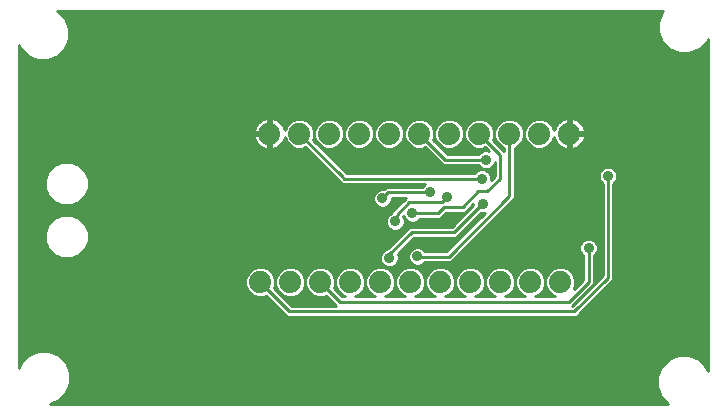
<source format=gbl>
G75*
G70*
%OFA0B0*%
%FSLAX24Y24*%
%IPPOS*%
%LPD*%
%AMOC8*
5,1,8,0,0,1.08239X$1,22.5*
%
%ADD10C,0.0740*%
%ADD11C,0.0100*%
%ADD12C,0.0360*%
D10*
X010133Y005650D03*
X011133Y005650D03*
X012133Y005650D03*
X013133Y005650D03*
X014133Y005650D03*
X015133Y005650D03*
X016133Y005650D03*
X017133Y005650D03*
X018133Y005650D03*
X019133Y005650D03*
X020133Y005650D03*
X020433Y010600D03*
X019433Y010600D03*
X018433Y010600D03*
X017433Y010600D03*
X016433Y010600D03*
X015433Y010600D03*
X014433Y010600D03*
X013433Y010600D03*
X012433Y010600D03*
X011433Y010600D03*
X010433Y010600D03*
D11*
X003414Y001721D02*
X003121Y001600D01*
X023724Y001600D01*
X023495Y001830D01*
X023360Y002154D01*
X023360Y002506D01*
X023495Y002830D01*
X023743Y003079D01*
X024068Y003213D01*
X024419Y003213D01*
X024744Y003079D01*
X024992Y002830D01*
X025053Y002682D01*
X025053Y013760D01*
X025012Y013660D01*
X024764Y013411D01*
X024439Y013277D01*
X024088Y013277D01*
X023763Y013411D01*
X023515Y013660D01*
X023380Y013984D01*
X023380Y014336D01*
X023515Y014660D01*
X023551Y014696D01*
X003356Y014696D01*
X003374Y014689D01*
X003622Y014440D01*
X003756Y014116D01*
X003756Y013764D01*
X003622Y013440D01*
X003374Y013191D01*
X003049Y013057D01*
X002698Y013057D01*
X002373Y013191D01*
X002125Y013440D01*
X002083Y013540D01*
X002083Y002774D01*
X002165Y002970D01*
X002413Y003219D01*
X002738Y003353D01*
X003089Y003353D01*
X003414Y003219D01*
X003662Y002970D01*
X003796Y002646D01*
X003796Y002294D01*
X003662Y001970D01*
X003414Y001721D01*
X003433Y001741D02*
X023583Y001741D01*
X023491Y001840D02*
X003532Y001840D01*
X003630Y001938D02*
X023450Y001938D01*
X023409Y002037D02*
X003690Y002037D01*
X003730Y002135D02*
X023368Y002135D01*
X023360Y002234D02*
X003771Y002234D01*
X003796Y002332D02*
X023360Y002332D01*
X023360Y002431D02*
X003796Y002431D01*
X003796Y002529D02*
X023370Y002529D01*
X023411Y002628D02*
X003796Y002628D01*
X003763Y002726D02*
X023452Y002726D01*
X023492Y002825D02*
X003722Y002825D01*
X003681Y002923D02*
X023587Y002923D01*
X023686Y003022D02*
X003611Y003022D01*
X003512Y003120D02*
X023843Y003120D01*
X024644Y003120D02*
X025053Y003120D01*
X025053Y003022D02*
X024801Y003022D01*
X024899Y002923D02*
X025053Y002923D01*
X025053Y002825D02*
X024994Y002825D01*
X025035Y002726D02*
X025053Y002726D01*
X025053Y003219D02*
X003414Y003219D01*
X003176Y003317D02*
X025053Y003317D01*
X025053Y003416D02*
X002083Y003416D01*
X002083Y003514D02*
X025053Y003514D01*
X025053Y003613D02*
X002083Y003613D01*
X002083Y003711D02*
X025053Y003711D01*
X025053Y003810D02*
X002083Y003810D01*
X002083Y003908D02*
X025053Y003908D01*
X025053Y004007D02*
X002083Y004007D01*
X002083Y004105D02*
X025053Y004105D01*
X025053Y004204D02*
X002083Y004204D01*
X002083Y004302D02*
X025053Y004302D01*
X025053Y004401D02*
X002083Y004401D01*
X002083Y004499D02*
X025053Y004499D01*
X025053Y004598D02*
X020775Y004598D01*
X020783Y004605D02*
X021903Y005725D01*
X021903Y008932D01*
X021986Y009014D01*
X022033Y009128D01*
X022033Y009252D01*
X021986Y009366D01*
X021899Y009453D01*
X021785Y009500D01*
X021662Y009500D01*
X021548Y009453D01*
X021461Y009366D01*
X021413Y009252D01*
X021413Y009128D01*
X021461Y009014D01*
X021543Y008932D01*
X021543Y005875D01*
X020529Y004860D01*
X020528Y004860D01*
X020593Y004925D01*
X021253Y005585D01*
X021253Y006522D01*
X021336Y006604D01*
X021383Y006718D01*
X021383Y006842D01*
X021336Y006956D01*
X021249Y007043D01*
X021135Y007090D01*
X021012Y007090D01*
X020898Y007043D01*
X020811Y006956D01*
X020763Y006842D01*
X020763Y006718D01*
X020811Y006604D01*
X020893Y006522D01*
X020893Y005735D01*
X020580Y005421D01*
X020633Y005551D01*
X020633Y005749D01*
X020557Y005933D01*
X020417Y006074D01*
X020233Y006150D01*
X020034Y006150D01*
X019850Y006074D01*
X019709Y005933D01*
X019633Y005749D01*
X019557Y005933D01*
X019417Y006074D01*
X019233Y006150D01*
X019034Y006150D01*
X018850Y006074D01*
X018709Y005933D01*
X018633Y005749D01*
X018557Y005933D01*
X018417Y006074D01*
X018233Y006150D01*
X018034Y006150D01*
X017850Y006074D01*
X017709Y005933D01*
X017633Y005749D01*
X017557Y005933D01*
X017417Y006074D01*
X017233Y006150D01*
X017034Y006150D01*
X016850Y006074D01*
X016709Y005933D01*
X016633Y005749D01*
X016557Y005933D01*
X016417Y006074D01*
X016233Y006150D01*
X016034Y006150D01*
X015850Y006074D01*
X015709Y005933D01*
X015633Y005749D01*
X015557Y005933D01*
X015417Y006074D01*
X015233Y006150D01*
X015034Y006150D01*
X014850Y006074D01*
X014709Y005933D01*
X014633Y005749D01*
X014557Y005933D01*
X014417Y006074D01*
X014233Y006150D01*
X014034Y006150D01*
X013850Y006074D01*
X013709Y005933D01*
X013633Y005749D01*
X013557Y005933D01*
X013417Y006074D01*
X013233Y006150D01*
X013034Y006150D01*
X012850Y006074D01*
X012709Y005933D01*
X012633Y005749D01*
X012557Y005933D01*
X012417Y006074D01*
X012233Y006150D01*
X012034Y006150D01*
X011850Y006074D01*
X011709Y005933D01*
X011633Y005749D01*
X011557Y005933D01*
X011417Y006074D01*
X011233Y006150D01*
X011034Y006150D01*
X010850Y006074D01*
X010709Y005933D01*
X010633Y005749D01*
X010557Y005933D01*
X010417Y006074D01*
X010233Y006150D01*
X010034Y006150D01*
X009850Y006074D01*
X009709Y005933D01*
X009633Y005749D01*
X009633Y005551D01*
X009709Y005367D01*
X009850Y005226D01*
X010034Y005150D01*
X010233Y005150D01*
X010336Y005193D01*
X011029Y004500D01*
X020678Y004500D01*
X020783Y004605D01*
X020874Y004696D02*
X025053Y004696D01*
X025053Y004795D02*
X020972Y004795D01*
X021071Y004893D02*
X025053Y004893D01*
X025053Y004992D02*
X021169Y004992D01*
X021268Y005090D02*
X025053Y005090D01*
X025053Y005189D02*
X021366Y005189D01*
X021465Y005287D02*
X025053Y005287D01*
X025053Y005386D02*
X021563Y005386D01*
X021662Y005484D02*
X025053Y005484D01*
X025053Y005583D02*
X021760Y005583D01*
X021859Y005681D02*
X025053Y005681D01*
X025053Y005780D02*
X021903Y005780D01*
X021903Y005878D02*
X025053Y005878D01*
X025053Y005977D02*
X021903Y005977D01*
X021903Y006075D02*
X025053Y006075D01*
X025053Y006174D02*
X021903Y006174D01*
X021903Y006272D02*
X025053Y006272D01*
X025053Y006371D02*
X021903Y006371D01*
X021903Y006469D02*
X025053Y006469D01*
X025053Y006568D02*
X021903Y006568D01*
X021903Y006666D02*
X025053Y006666D01*
X025053Y006765D02*
X021903Y006765D01*
X021903Y006863D02*
X025053Y006863D01*
X025053Y006962D02*
X021903Y006962D01*
X021903Y007060D02*
X025053Y007060D01*
X025053Y007159D02*
X021903Y007159D01*
X021903Y007257D02*
X025053Y007257D01*
X025053Y007356D02*
X021903Y007356D01*
X021903Y007454D02*
X025053Y007454D01*
X025053Y007553D02*
X021903Y007553D01*
X021903Y007651D02*
X025053Y007651D01*
X025053Y007750D02*
X021903Y007750D01*
X021903Y007848D02*
X025053Y007848D01*
X025053Y007947D02*
X021903Y007947D01*
X021903Y008045D02*
X025053Y008045D01*
X025053Y008144D02*
X021903Y008144D01*
X021903Y008242D02*
X025053Y008242D01*
X025053Y008341D02*
X021903Y008341D01*
X021903Y008439D02*
X025053Y008439D01*
X025053Y008538D02*
X021903Y008538D01*
X021903Y008636D02*
X025053Y008636D01*
X025053Y008735D02*
X021903Y008735D01*
X021903Y008833D02*
X025053Y008833D01*
X025053Y008932D02*
X021903Y008932D01*
X021993Y009030D02*
X025053Y009030D01*
X025053Y009129D02*
X022033Y009129D01*
X022033Y009227D02*
X025053Y009227D01*
X025053Y009326D02*
X022003Y009326D01*
X021928Y009424D02*
X025053Y009424D01*
X025053Y009523D02*
X018613Y009523D01*
X018613Y009621D02*
X025053Y009621D01*
X025053Y009720D02*
X018613Y009720D01*
X018613Y009818D02*
X025053Y009818D01*
X025053Y009917D02*
X018613Y009917D01*
X018613Y010015D02*
X025053Y010015D01*
X025053Y010114D02*
X020619Y010114D01*
X020633Y010118D02*
X020706Y010155D01*
X020772Y010203D01*
X020830Y010261D01*
X020878Y010327D01*
X020915Y010400D01*
X020941Y010478D01*
X020952Y010550D01*
X020483Y010550D01*
X020483Y010081D01*
X020555Y010093D01*
X020633Y010118D01*
X020483Y010114D02*
X020383Y010114D01*
X020383Y010081D02*
X020383Y010550D01*
X020483Y010550D01*
X020483Y010650D01*
X020383Y010650D01*
X020383Y011119D01*
X020312Y011107D01*
X020234Y011082D01*
X020161Y011045D01*
X020095Y010997D01*
X020037Y010939D01*
X019989Y010873D01*
X019951Y010800D01*
X019926Y010722D01*
X019926Y010718D01*
X019857Y010883D01*
X019717Y011024D01*
X019533Y011100D01*
X019334Y011100D01*
X019150Y011024D01*
X019009Y010883D01*
X018933Y010699D01*
X018857Y010883D01*
X018717Y011024D01*
X018533Y011100D01*
X018334Y011100D01*
X018150Y011024D01*
X018009Y010883D01*
X017933Y010699D01*
X017857Y010883D01*
X017717Y011024D01*
X017533Y011100D01*
X017334Y011100D01*
X017150Y011024D01*
X017009Y010883D01*
X016933Y010699D01*
X016857Y010883D01*
X016717Y011024D01*
X016533Y011100D01*
X016334Y011100D01*
X016150Y011024D01*
X016009Y010883D01*
X015933Y010699D01*
X015857Y010883D01*
X015717Y011024D01*
X015533Y011100D01*
X015334Y011100D01*
X015150Y011024D01*
X015009Y010883D01*
X014933Y010699D01*
X014857Y010883D01*
X014717Y011024D01*
X014533Y011100D01*
X014334Y011100D01*
X014150Y011024D01*
X014009Y010883D01*
X013933Y010699D01*
X013857Y010883D01*
X013717Y011024D01*
X013533Y011100D01*
X013334Y011100D01*
X013150Y011024D01*
X013009Y010883D01*
X012933Y010699D01*
X012857Y010883D01*
X012717Y011024D01*
X012533Y011100D01*
X012334Y011100D01*
X012150Y011024D01*
X012009Y010883D01*
X011933Y010699D01*
X011857Y010883D01*
X011717Y011024D01*
X011533Y011100D01*
X011334Y011100D01*
X011150Y011024D01*
X011009Y010883D01*
X010941Y010718D01*
X010941Y010722D01*
X010915Y010800D01*
X010878Y010873D01*
X010830Y010939D01*
X010772Y010997D01*
X010706Y011045D01*
X010633Y011082D01*
X010555Y011107D01*
X010483Y011119D01*
X010483Y010650D01*
X010383Y010650D01*
X010383Y010550D01*
X009915Y010550D01*
X009926Y010478D01*
X009951Y010400D01*
X009989Y010327D01*
X010037Y010261D01*
X010095Y010203D01*
X010161Y010155D01*
X010234Y010118D01*
X010312Y010093D01*
X010383Y010081D01*
X010383Y010550D01*
X010483Y010550D01*
X010483Y010081D01*
X010555Y010093D01*
X010633Y010118D01*
X010706Y010155D01*
X010772Y010203D01*
X010830Y010261D01*
X010878Y010327D01*
X010915Y010400D01*
X010941Y010478D01*
X010941Y010482D01*
X011009Y010317D01*
X011150Y010176D01*
X011334Y010100D01*
X011533Y010100D01*
X011636Y010143D01*
X012663Y009115D01*
X012859Y008920D01*
X015639Y008920D01*
X015598Y008903D01*
X015515Y008820D01*
X014329Y008820D01*
X014259Y008750D01*
X014142Y008750D01*
X014028Y008703D01*
X013941Y008616D01*
X013893Y008502D01*
X013893Y008378D01*
X013941Y008264D01*
X014028Y008177D01*
X014142Y008130D01*
X014265Y008130D01*
X014379Y008177D01*
X014466Y008264D01*
X014513Y008378D01*
X014513Y008460D01*
X014989Y008460D01*
X014923Y008395D01*
X014599Y008070D01*
X014493Y007965D01*
X014493Y007948D01*
X014458Y007933D01*
X014371Y007846D01*
X014323Y007732D01*
X014323Y007608D01*
X014371Y007494D01*
X014458Y007407D01*
X014572Y007360D01*
X014695Y007360D01*
X014809Y007407D01*
X014896Y007494D01*
X014943Y007608D01*
X014943Y007732D01*
X014896Y007846D01*
X014890Y007852D01*
X014900Y007862D01*
X014941Y007764D01*
X015028Y007677D01*
X015142Y007630D01*
X015265Y007630D01*
X015379Y007677D01*
X015462Y007760D01*
X016138Y007760D01*
X016338Y007960D01*
X016948Y007960D01*
X017233Y008245D01*
X017233Y008215D01*
X016509Y007490D01*
X015099Y007490D01*
X014379Y006770D01*
X014372Y006770D01*
X014258Y006723D01*
X014171Y006636D01*
X014123Y006522D01*
X014123Y006398D01*
X014171Y006284D01*
X014258Y006197D01*
X014372Y006150D01*
X014495Y006150D01*
X014609Y006197D01*
X014696Y006284D01*
X014743Y006398D01*
X014743Y006522D01*
X014713Y006595D01*
X015248Y007130D01*
X016658Y007130D01*
X016763Y007235D01*
X017479Y007951D01*
X017482Y007950D01*
X017605Y007950D01*
X017611Y007953D01*
X016339Y006680D01*
X015631Y006680D01*
X015631Y006681D01*
X015544Y006768D01*
X015430Y006815D01*
X015307Y006815D01*
X015193Y006768D01*
X015106Y006681D01*
X015058Y006567D01*
X015058Y006443D01*
X015106Y006329D01*
X015193Y006242D01*
X015307Y006195D01*
X015430Y006195D01*
X015544Y006242D01*
X015622Y006320D01*
X016488Y006320D01*
X018613Y008445D01*
X018613Y010133D01*
X018717Y010176D01*
X018857Y010317D01*
X018933Y010501D01*
X018933Y010699D01*
X018933Y010501D01*
X019009Y010317D01*
X019150Y010176D01*
X019334Y010100D01*
X019533Y010100D01*
X019717Y010176D01*
X019857Y010317D01*
X019926Y010482D01*
X019926Y010478D01*
X019951Y010400D01*
X019989Y010327D01*
X020037Y010261D01*
X020095Y010203D01*
X020161Y010155D01*
X020234Y010118D01*
X020312Y010093D01*
X020383Y010081D01*
X020383Y010212D02*
X020483Y010212D01*
X020483Y010311D02*
X020383Y010311D01*
X020383Y010409D02*
X020483Y010409D01*
X020483Y010508D02*
X020383Y010508D01*
X020483Y010606D02*
X025053Y010606D01*
X025053Y010508D02*
X020945Y010508D01*
X020918Y010409D02*
X025053Y010409D01*
X025053Y010311D02*
X020866Y010311D01*
X020781Y010212D02*
X025053Y010212D01*
X025053Y010705D02*
X020943Y010705D01*
X020941Y010722D02*
X020915Y010800D01*
X020878Y010873D01*
X020830Y010939D01*
X020772Y010997D01*
X020706Y011045D01*
X020633Y011082D01*
X020555Y011107D01*
X020483Y011119D01*
X020483Y010650D01*
X020952Y010650D01*
X020941Y010722D01*
X020913Y010803D02*
X025053Y010803D01*
X025053Y010902D02*
X020857Y010902D01*
X020767Y011000D02*
X025053Y011000D01*
X025053Y011099D02*
X020582Y011099D01*
X020483Y011099D02*
X020383Y011099D01*
X020285Y011099D02*
X019536Y011099D01*
X019330Y011099D02*
X018536Y011099D01*
X018330Y011099D02*
X017536Y011099D01*
X017330Y011099D02*
X016536Y011099D01*
X016330Y011099D02*
X015536Y011099D01*
X015330Y011099D02*
X014536Y011099D01*
X014330Y011099D02*
X013536Y011099D01*
X013330Y011099D02*
X012536Y011099D01*
X012330Y011099D02*
X011536Y011099D01*
X011330Y011099D02*
X010582Y011099D01*
X010483Y011099D02*
X010383Y011099D01*
X010383Y011119D02*
X010312Y011107D01*
X010234Y011082D01*
X010161Y011045D01*
X010095Y010997D01*
X010037Y010939D01*
X009989Y010873D01*
X009951Y010800D01*
X009926Y010722D01*
X009915Y010650D01*
X010383Y010650D01*
X010383Y011119D01*
X010285Y011099D02*
X002083Y011099D01*
X002083Y011197D02*
X025053Y011197D01*
X025053Y011296D02*
X002083Y011296D01*
X002083Y011394D02*
X025053Y011394D01*
X025053Y011493D02*
X002083Y011493D01*
X002083Y011591D02*
X025053Y011591D01*
X025053Y011690D02*
X002083Y011690D01*
X002083Y011788D02*
X025053Y011788D01*
X025053Y011887D02*
X002083Y011887D01*
X002083Y011985D02*
X025053Y011985D01*
X025053Y012084D02*
X002083Y012084D01*
X002083Y012182D02*
X025053Y012182D01*
X025053Y012281D02*
X002083Y012281D01*
X002083Y012379D02*
X025053Y012379D01*
X025053Y012478D02*
X002083Y012478D01*
X002083Y012576D02*
X025053Y012576D01*
X025053Y012675D02*
X002083Y012675D01*
X002083Y012773D02*
X025053Y012773D01*
X025053Y012872D02*
X002083Y012872D01*
X002083Y012970D02*
X025053Y012970D01*
X025053Y013069D02*
X003077Y013069D01*
X003315Y013167D02*
X025053Y013167D01*
X025053Y013266D02*
X003448Y013266D01*
X003546Y013364D02*
X023877Y013364D01*
X023712Y013463D02*
X003631Y013463D01*
X003672Y013561D02*
X023613Y013561D01*
X023515Y013660D02*
X003713Y013660D01*
X003754Y013758D02*
X023474Y013758D01*
X023433Y013857D02*
X003756Y013857D01*
X003756Y013955D02*
X023392Y013955D01*
X023380Y014054D02*
X003756Y014054D01*
X003741Y014152D02*
X023380Y014152D01*
X023380Y014251D02*
X003701Y014251D01*
X003660Y014349D02*
X023386Y014349D01*
X023427Y014448D02*
X003615Y014448D01*
X003516Y014546D02*
X023467Y014546D01*
X023508Y014645D02*
X003418Y014645D01*
X002115Y013463D02*
X002083Y013463D01*
X002083Y013364D02*
X002200Y013364D01*
X002299Y013266D02*
X002083Y013266D01*
X002083Y013167D02*
X002432Y013167D01*
X002670Y013069D02*
X002083Y013069D01*
X002083Y011000D02*
X010099Y011000D01*
X010010Y010902D02*
X002083Y010902D01*
X002083Y010803D02*
X009953Y010803D01*
X009923Y010705D02*
X002083Y010705D01*
X002083Y010606D02*
X010383Y010606D01*
X010383Y010508D02*
X010483Y010508D01*
X010483Y010409D02*
X010383Y010409D01*
X010383Y010311D02*
X010483Y010311D01*
X010483Y010212D02*
X010383Y010212D01*
X010383Y010114D02*
X010483Y010114D01*
X010619Y010114D02*
X011301Y010114D01*
X011114Y010212D02*
X010781Y010212D01*
X010866Y010311D02*
X011016Y010311D01*
X010971Y010409D02*
X010918Y010409D01*
X010483Y010705D02*
X010383Y010705D01*
X010383Y010803D02*
X010483Y010803D01*
X010483Y010902D02*
X010383Y010902D01*
X010383Y011000D02*
X010483Y011000D01*
X010767Y011000D02*
X011126Y011000D01*
X011028Y010902D02*
X010857Y010902D01*
X010913Y010803D02*
X010976Y010803D01*
X011433Y010600D02*
X012843Y009190D01*
X012933Y009100D01*
X017513Y009100D01*
X017796Y009227D02*
X017953Y009227D01*
X017953Y009175D02*
X017823Y009045D01*
X017823Y009162D01*
X017776Y009276D01*
X017689Y009363D01*
X017575Y009410D01*
X017452Y009410D01*
X017338Y009363D01*
X017255Y009280D01*
X013008Y009280D01*
X012918Y009370D01*
X011891Y010397D01*
X011933Y010501D01*
X011933Y010699D01*
X011933Y010501D01*
X012009Y010317D01*
X012150Y010176D01*
X012334Y010100D01*
X012533Y010100D01*
X012717Y010176D01*
X012857Y010317D01*
X012933Y010501D01*
X012933Y010699D01*
X012933Y010501D01*
X013009Y010317D01*
X013150Y010176D01*
X013334Y010100D01*
X013533Y010100D01*
X013717Y010176D01*
X013857Y010317D01*
X013933Y010501D01*
X013933Y010699D01*
X013933Y010501D01*
X014009Y010317D01*
X014150Y010176D01*
X014334Y010100D01*
X014533Y010100D01*
X014717Y010176D01*
X014857Y010317D01*
X014933Y010501D01*
X014933Y010699D01*
X014933Y010501D01*
X015009Y010317D01*
X015150Y010176D01*
X015334Y010100D01*
X015533Y010100D01*
X015636Y010143D01*
X016229Y009550D01*
X017395Y009550D01*
X017478Y009467D01*
X017592Y009420D01*
X017715Y009420D01*
X017829Y009467D01*
X017916Y009554D01*
X017953Y009644D01*
X017953Y009175D01*
X017907Y009129D02*
X017823Y009129D01*
X018133Y009100D02*
X018133Y009900D01*
X017433Y010600D01*
X017933Y010606D02*
X017933Y010606D01*
X017933Y010699D02*
X017933Y010501D01*
X017891Y010397D01*
X018253Y010035D01*
X018253Y010133D01*
X018150Y010176D01*
X018009Y010317D01*
X017933Y010501D01*
X017933Y010699D01*
X017931Y010705D02*
X017935Y010705D01*
X017976Y010803D02*
X017890Y010803D01*
X017839Y010902D02*
X018028Y010902D01*
X018126Y011000D02*
X017740Y011000D01*
X017126Y011000D02*
X016740Y011000D01*
X016839Y010902D02*
X017028Y010902D01*
X016976Y010803D02*
X016890Y010803D01*
X016931Y010705D02*
X016935Y010705D01*
X016933Y010699D02*
X016933Y010501D01*
X016857Y010317D01*
X016717Y010176D01*
X016533Y010100D01*
X016334Y010100D01*
X016150Y010176D01*
X016009Y010317D01*
X015933Y010501D01*
X015933Y010699D01*
X015933Y010501D01*
X015891Y010397D01*
X016378Y009910D01*
X017395Y009910D01*
X017478Y009993D01*
X017592Y010040D01*
X017715Y010040D01*
X017756Y010023D01*
X017636Y010143D01*
X017533Y010100D01*
X017334Y010100D01*
X017150Y010176D01*
X017009Y010317D01*
X016933Y010501D01*
X016933Y010699D01*
X016933Y010606D02*
X016933Y010606D01*
X016933Y010508D02*
X016933Y010508D01*
X016895Y010409D02*
X016971Y010409D01*
X017016Y010311D02*
X016851Y010311D01*
X016752Y010212D02*
X017114Y010212D01*
X017301Y010114D02*
X016565Y010114D01*
X016301Y010114D02*
X016174Y010114D01*
X016114Y010212D02*
X016076Y010212D01*
X016016Y010311D02*
X015977Y010311D01*
X015971Y010409D02*
X015895Y010409D01*
X015933Y010508D02*
X015933Y010508D01*
X015933Y010606D02*
X015933Y010606D01*
X015931Y010705D02*
X015935Y010705D01*
X015976Y010803D02*
X015890Y010803D01*
X015839Y010902D02*
X016028Y010902D01*
X016126Y011000D02*
X015740Y011000D01*
X015433Y010600D02*
X016303Y009730D01*
X017653Y009730D01*
X017531Y010015D02*
X016273Y010015D01*
X016371Y009917D02*
X017401Y009917D01*
X017565Y010114D02*
X017665Y010114D01*
X017977Y010311D02*
X018016Y010311D01*
X017971Y010409D02*
X017895Y010409D01*
X017933Y010508D02*
X017933Y010508D01*
X018076Y010212D02*
X018114Y010212D01*
X018174Y010114D02*
X018253Y010114D01*
X018613Y010114D02*
X019301Y010114D01*
X019114Y010212D02*
X018752Y010212D01*
X018851Y010311D02*
X019016Y010311D01*
X018971Y010409D02*
X018895Y010409D01*
X018933Y010508D02*
X018933Y010508D01*
X018933Y010606D02*
X018933Y010606D01*
X018931Y010705D02*
X018935Y010705D01*
X018976Y010803D02*
X018890Y010803D01*
X018839Y010902D02*
X019028Y010902D01*
X019126Y011000D02*
X018740Y011000D01*
X018433Y010600D02*
X018433Y008520D01*
X016413Y006500D01*
X015373Y006500D01*
X015368Y006505D01*
X015088Y006371D02*
X014732Y006371D01*
X014743Y006469D02*
X015058Y006469D01*
X015059Y006568D02*
X014724Y006568D01*
X014784Y006666D02*
X015099Y006666D01*
X015189Y006765D02*
X014882Y006765D01*
X014981Y006863D02*
X016522Y006863D01*
X016620Y006962D02*
X015079Y006962D01*
X015178Y007060D02*
X016719Y007060D01*
X016686Y007159D02*
X016817Y007159D01*
X016785Y007257D02*
X016916Y007257D01*
X016883Y007356D02*
X017014Y007356D01*
X016982Y007454D02*
X017113Y007454D01*
X017080Y007553D02*
X017211Y007553D01*
X017179Y007651D02*
X017310Y007651D01*
X017277Y007750D02*
X017408Y007750D01*
X017376Y007848D02*
X017507Y007848D01*
X017474Y007947D02*
X017605Y007947D01*
X017917Y007750D02*
X021543Y007750D01*
X021543Y007848D02*
X018016Y007848D01*
X018114Y007947D02*
X021543Y007947D01*
X021543Y008045D02*
X018213Y008045D01*
X018311Y008144D02*
X021543Y008144D01*
X021543Y008242D02*
X018410Y008242D01*
X018508Y008341D02*
X021543Y008341D01*
X021543Y008439D02*
X018607Y008439D01*
X018613Y008538D02*
X021543Y008538D01*
X021543Y008636D02*
X018613Y008636D01*
X018613Y008735D02*
X021543Y008735D01*
X021543Y008833D02*
X018613Y008833D01*
X018613Y008932D02*
X021543Y008932D01*
X021454Y009030D02*
X018613Y009030D01*
X018613Y009129D02*
X021413Y009129D01*
X021413Y009227D02*
X018613Y009227D01*
X018613Y009326D02*
X021444Y009326D01*
X021519Y009424D02*
X018613Y009424D01*
X018133Y009100D02*
X017703Y008670D01*
X017403Y008670D01*
X016873Y008140D01*
X016263Y008140D01*
X016063Y007940D01*
X015203Y007940D01*
X014906Y007848D02*
X014894Y007848D01*
X014936Y007750D02*
X014955Y007750D01*
X014943Y007651D02*
X015091Y007651D01*
X014920Y007553D02*
X016571Y007553D01*
X016670Y007651D02*
X015316Y007651D01*
X015451Y007750D02*
X016768Y007750D01*
X016867Y007848D02*
X016226Y007848D01*
X016324Y007947D02*
X016965Y007947D01*
X017033Y008045D02*
X017064Y008045D01*
X017131Y008144D02*
X017162Y008144D01*
X017230Y008242D02*
X017233Y008242D01*
X017533Y008260D02*
X016583Y007310D01*
X015173Y007310D01*
X014433Y006570D01*
X014433Y006460D01*
X014123Y006469D02*
X003901Y006469D01*
X003828Y006439D02*
X004094Y006549D01*
X004298Y006753D01*
X004409Y007020D01*
X004409Y007309D01*
X004298Y007575D01*
X004094Y007779D01*
X003828Y007890D01*
X003539Y007890D01*
X003272Y007779D01*
X003068Y007575D01*
X002958Y007309D01*
X002958Y007020D01*
X003068Y006753D01*
X003272Y006549D01*
X003539Y006439D01*
X003828Y006439D01*
X004113Y006568D02*
X014142Y006568D01*
X014201Y006666D02*
X004211Y006666D01*
X004303Y006765D02*
X014358Y006765D01*
X014472Y006863D02*
X004344Y006863D01*
X004385Y006962D02*
X014570Y006962D01*
X014669Y007060D02*
X004409Y007060D01*
X004409Y007159D02*
X014767Y007159D01*
X014866Y007257D02*
X004409Y007257D01*
X004389Y007356D02*
X014964Y007356D01*
X015063Y007454D02*
X014856Y007454D01*
X014633Y007670D02*
X014673Y007710D01*
X014673Y007890D01*
X015103Y008320D01*
X016193Y008320D01*
X016353Y008480D01*
X015773Y008640D02*
X014403Y008640D01*
X014203Y008440D01*
X013893Y008439D02*
X004213Y008439D01*
X004298Y008525D02*
X004409Y008791D01*
X004409Y009080D01*
X004298Y009347D01*
X004094Y009551D01*
X003828Y009661D01*
X003539Y009661D01*
X003272Y009551D01*
X003068Y009347D01*
X002958Y009080D01*
X002958Y008791D01*
X003068Y008525D01*
X003272Y008321D01*
X003539Y008210D01*
X003828Y008210D01*
X004094Y008321D01*
X004298Y008525D01*
X004304Y008538D02*
X013908Y008538D01*
X013961Y008636D02*
X004344Y008636D01*
X004385Y008735D02*
X014104Y008735D01*
X013909Y008341D02*
X004114Y008341D01*
X003904Y008242D02*
X013963Y008242D01*
X014109Y008144D02*
X002083Y008144D01*
X002083Y008242D02*
X003462Y008242D01*
X003252Y008341D02*
X002083Y008341D01*
X002083Y008439D02*
X003154Y008439D01*
X003063Y008538D02*
X002083Y008538D01*
X002083Y008636D02*
X003022Y008636D01*
X002981Y008735D02*
X002083Y008735D01*
X002083Y008833D02*
X002958Y008833D01*
X002958Y008932D02*
X002083Y008932D01*
X002083Y009030D02*
X002958Y009030D01*
X002978Y009129D02*
X002083Y009129D01*
X002083Y009227D02*
X003019Y009227D01*
X003059Y009326D02*
X002083Y009326D01*
X002083Y009424D02*
X003145Y009424D01*
X003244Y009523D02*
X002083Y009523D01*
X002083Y009621D02*
X003441Y009621D01*
X003925Y009621D02*
X012158Y009621D01*
X012256Y009523D02*
X004123Y009523D01*
X004221Y009424D02*
X012355Y009424D01*
X012453Y009326D02*
X004307Y009326D01*
X004348Y009227D02*
X012552Y009227D01*
X012650Y009129D02*
X004389Y009129D01*
X004409Y009030D02*
X012749Y009030D01*
X012847Y008932D02*
X004409Y008932D01*
X004409Y008833D02*
X015528Y008833D01*
X014968Y008439D02*
X014513Y008439D01*
X014498Y008341D02*
X014869Y008341D01*
X014771Y008242D02*
X014444Y008242D01*
X014298Y008144D02*
X014672Y008144D01*
X014574Y008045D02*
X002083Y008045D01*
X002083Y007947D02*
X014491Y007947D01*
X014373Y007848D02*
X003928Y007848D01*
X004124Y007750D02*
X014331Y007750D01*
X014323Y007651D02*
X004223Y007651D01*
X004308Y007553D02*
X014346Y007553D01*
X014411Y007454D02*
X004349Y007454D01*
X003438Y007848D02*
X002083Y007848D01*
X002083Y007750D02*
X003243Y007750D01*
X003144Y007651D02*
X002083Y007651D01*
X002083Y007553D02*
X003059Y007553D01*
X003018Y007454D02*
X002083Y007454D01*
X002083Y007356D02*
X002977Y007356D01*
X002958Y007257D02*
X002083Y007257D01*
X002083Y007159D02*
X002958Y007159D01*
X002958Y007060D02*
X002083Y007060D01*
X002083Y006962D02*
X002982Y006962D01*
X003023Y006863D02*
X002083Y006863D01*
X002083Y006765D02*
X003063Y006765D01*
X003155Y006666D02*
X002083Y006666D01*
X002083Y006568D02*
X003254Y006568D01*
X003466Y006469D02*
X002083Y006469D01*
X002083Y006371D02*
X014135Y006371D01*
X014183Y006272D02*
X002083Y006272D01*
X002083Y006174D02*
X014315Y006174D01*
X014414Y006075D02*
X014853Y006075D01*
X014753Y005977D02*
X014514Y005977D01*
X014580Y005878D02*
X014687Y005878D01*
X014646Y005780D02*
X014621Y005780D01*
X014633Y005749D02*
X014633Y005551D01*
X014557Y005367D01*
X014417Y005226D01*
X014305Y005180D01*
X014961Y005180D01*
X014850Y005226D01*
X014709Y005367D01*
X014633Y005551D01*
X014633Y005749D01*
X014633Y005681D02*
X014633Y005681D01*
X014633Y005583D02*
X014633Y005583D01*
X014606Y005484D02*
X014661Y005484D01*
X014702Y005386D02*
X014565Y005386D01*
X014477Y005287D02*
X014789Y005287D01*
X014941Y005189D02*
X014326Y005189D01*
X013961Y005180D02*
X013305Y005180D01*
X013417Y005226D01*
X013557Y005367D01*
X013633Y005551D01*
X013633Y005749D01*
X013633Y005551D01*
X013709Y005367D01*
X013850Y005226D01*
X013961Y005180D01*
X013941Y005189D02*
X013326Y005189D01*
X013477Y005287D02*
X013789Y005287D01*
X013702Y005386D02*
X013565Y005386D01*
X013606Y005484D02*
X013661Y005484D01*
X013633Y005583D02*
X013633Y005583D01*
X013633Y005681D02*
X013633Y005681D01*
X013621Y005780D02*
X013646Y005780D01*
X013687Y005878D02*
X013580Y005878D01*
X013514Y005977D02*
X013753Y005977D01*
X013853Y006075D02*
X013414Y006075D01*
X012853Y006075D02*
X012414Y006075D01*
X012514Y005977D02*
X012753Y005977D01*
X012687Y005878D02*
X012580Y005878D01*
X012621Y005780D02*
X012646Y005780D01*
X012633Y005749D02*
X012633Y005551D01*
X012591Y005447D01*
X012858Y005180D01*
X012961Y005180D01*
X012850Y005226D01*
X012709Y005367D01*
X012633Y005551D01*
X012633Y005749D01*
X012633Y005681D02*
X012633Y005681D01*
X012633Y005583D02*
X012633Y005583D01*
X012606Y005484D02*
X012661Y005484D01*
X012652Y005386D02*
X012702Y005386D01*
X012751Y005287D02*
X012789Y005287D01*
X012849Y005189D02*
X012941Y005189D01*
X012783Y005000D02*
X012133Y005650D01*
X011661Y005484D02*
X011606Y005484D01*
X011633Y005551D02*
X011557Y005367D01*
X011417Y005226D01*
X011233Y005150D01*
X011034Y005150D01*
X010850Y005226D01*
X010709Y005367D01*
X010633Y005551D01*
X010633Y005749D01*
X010633Y005551D01*
X010591Y005447D01*
X011178Y004860D01*
X012669Y004860D01*
X012336Y005193D01*
X012233Y005150D01*
X012034Y005150D01*
X011850Y005226D01*
X011709Y005367D01*
X011633Y005551D01*
X011633Y005749D01*
X011633Y005551D01*
X011633Y005583D02*
X011633Y005583D01*
X011633Y005681D02*
X011633Y005681D01*
X011621Y005780D02*
X011646Y005780D01*
X011687Y005878D02*
X011580Y005878D01*
X011514Y005977D02*
X011753Y005977D01*
X011853Y006075D02*
X011414Y006075D01*
X010853Y006075D02*
X010414Y006075D01*
X010514Y005977D02*
X010753Y005977D01*
X010687Y005878D02*
X010580Y005878D01*
X010621Y005780D02*
X010646Y005780D01*
X010633Y005681D02*
X010633Y005681D01*
X010633Y005583D02*
X010633Y005583D01*
X010606Y005484D02*
X010661Y005484D01*
X010652Y005386D02*
X010702Y005386D01*
X010751Y005287D02*
X010789Y005287D01*
X010849Y005189D02*
X010941Y005189D01*
X010948Y005090D02*
X012439Y005090D01*
X012537Y004992D02*
X011046Y004992D01*
X011145Y004893D02*
X012636Y004893D01*
X012783Y005000D02*
X020413Y005000D01*
X021073Y005660D01*
X021073Y006780D01*
X020785Y006666D02*
X016834Y006666D01*
X016932Y006765D02*
X020763Y006765D01*
X020772Y006863D02*
X017031Y006863D01*
X017129Y006962D02*
X020816Y006962D01*
X020939Y007060D02*
X017228Y007060D01*
X017326Y007159D02*
X021543Y007159D01*
X021543Y007257D02*
X017425Y007257D01*
X017523Y007356D02*
X021543Y007356D01*
X021543Y007454D02*
X017622Y007454D01*
X017720Y007553D02*
X021543Y007553D01*
X021543Y007651D02*
X017819Y007651D01*
X017543Y008260D02*
X017533Y008260D01*
X016453Y007640D02*
X016373Y007640D01*
X016423Y006765D02*
X015547Y006765D01*
X015574Y006272D02*
X020893Y006272D01*
X020893Y006174D02*
X014552Y006174D01*
X014684Y006272D02*
X015163Y006272D01*
X015414Y006075D02*
X015853Y006075D01*
X015753Y005977D02*
X015514Y005977D01*
X015580Y005878D02*
X015687Y005878D01*
X015646Y005780D02*
X015621Y005780D01*
X015633Y005749D02*
X015633Y005551D01*
X015557Y005367D01*
X015417Y005226D01*
X015305Y005180D01*
X015961Y005180D01*
X015850Y005226D01*
X015709Y005367D01*
X015633Y005551D01*
X015633Y005749D01*
X015633Y005681D02*
X015633Y005681D01*
X015633Y005583D02*
X015633Y005583D01*
X015606Y005484D02*
X015661Y005484D01*
X015702Y005386D02*
X015565Y005386D01*
X015477Y005287D02*
X015789Y005287D01*
X015941Y005189D02*
X015326Y005189D01*
X016305Y005180D02*
X016417Y005226D01*
X016557Y005367D01*
X016633Y005551D01*
X016633Y005749D01*
X016633Y005551D01*
X016709Y005367D01*
X016850Y005226D01*
X016961Y005180D01*
X016305Y005180D01*
X016326Y005189D02*
X016941Y005189D01*
X016789Y005287D02*
X016477Y005287D01*
X016565Y005386D02*
X016702Y005386D01*
X016661Y005484D02*
X016606Y005484D01*
X016633Y005583D02*
X016633Y005583D01*
X016633Y005681D02*
X016633Y005681D01*
X016621Y005780D02*
X016646Y005780D01*
X016687Y005878D02*
X016580Y005878D01*
X016514Y005977D02*
X016753Y005977D01*
X016853Y006075D02*
X016414Y006075D01*
X016538Y006371D02*
X020893Y006371D01*
X020893Y006469D02*
X016637Y006469D01*
X016735Y006568D02*
X020847Y006568D01*
X021253Y006469D02*
X021543Y006469D01*
X021543Y006371D02*
X021253Y006371D01*
X021253Y006272D02*
X021543Y006272D01*
X021543Y006174D02*
X021253Y006174D01*
X021253Y006075D02*
X021543Y006075D01*
X021543Y005977D02*
X021253Y005977D01*
X021253Y005878D02*
X021543Y005878D01*
X021448Y005780D02*
X021253Y005780D01*
X021253Y005681D02*
X021350Y005681D01*
X021251Y005583D02*
X021250Y005583D01*
X021153Y005484D02*
X021152Y005484D01*
X021054Y005386D02*
X021053Y005386D01*
X020956Y005287D02*
X020955Y005287D01*
X020857Y005189D02*
X020856Y005189D01*
X020759Y005090D02*
X020758Y005090D01*
X020660Y004992D02*
X020659Y004992D01*
X020562Y004893D02*
X020561Y004893D01*
X020603Y004680D02*
X011103Y004680D01*
X010133Y005650D01*
X009661Y005484D02*
X002083Y005484D01*
X002083Y005386D02*
X009702Y005386D01*
X009789Y005287D02*
X002083Y005287D01*
X002083Y005189D02*
X009941Y005189D01*
X010326Y005189D02*
X010340Y005189D01*
X010439Y005090D02*
X002083Y005090D01*
X002083Y004992D02*
X010537Y004992D01*
X010636Y004893D02*
X002083Y004893D01*
X002083Y004795D02*
X010734Y004795D01*
X010833Y004696D02*
X002083Y004696D01*
X002083Y004598D02*
X010931Y004598D01*
X011326Y005189D02*
X011941Y005189D01*
X011789Y005287D02*
X011477Y005287D01*
X011565Y005386D02*
X011702Y005386D01*
X012326Y005189D02*
X012340Y005189D01*
X009853Y006075D02*
X002083Y006075D01*
X002083Y005977D02*
X009753Y005977D01*
X009687Y005878D02*
X002083Y005878D01*
X002083Y005780D02*
X009646Y005780D01*
X009633Y005681D02*
X002083Y005681D01*
X002083Y005583D02*
X009633Y005583D01*
X012962Y009326D02*
X017300Y009326D01*
X017422Y009523D02*
X012765Y009523D01*
X012667Y009621D02*
X016158Y009621D01*
X016059Y009720D02*
X012568Y009720D01*
X012470Y009818D02*
X015961Y009818D01*
X015862Y009917D02*
X012371Y009917D01*
X012273Y010015D02*
X015764Y010015D01*
X015665Y010114D02*
X015565Y010114D01*
X015301Y010114D02*
X014565Y010114D01*
X014752Y010212D02*
X015114Y010212D01*
X015016Y010311D02*
X014851Y010311D01*
X014895Y010409D02*
X014971Y010409D01*
X014933Y010508D02*
X014933Y010508D01*
X014933Y010606D02*
X014933Y010606D01*
X014931Y010705D02*
X014935Y010705D01*
X014976Y010803D02*
X014890Y010803D01*
X014839Y010902D02*
X015028Y010902D01*
X015126Y011000D02*
X014740Y011000D01*
X014126Y011000D02*
X013740Y011000D01*
X013839Y010902D02*
X014028Y010902D01*
X013976Y010803D02*
X013890Y010803D01*
X013931Y010705D02*
X013935Y010705D01*
X013933Y010606D02*
X013933Y010606D01*
X013933Y010508D02*
X013933Y010508D01*
X013895Y010409D02*
X013971Y010409D01*
X014016Y010311D02*
X013851Y010311D01*
X013752Y010212D02*
X014114Y010212D01*
X014301Y010114D02*
X013565Y010114D01*
X013301Y010114D02*
X012565Y010114D01*
X012752Y010212D02*
X013114Y010212D01*
X013016Y010311D02*
X012851Y010311D01*
X012895Y010409D02*
X012971Y010409D01*
X012933Y010508D02*
X012933Y010508D01*
X012933Y010606D02*
X012933Y010606D01*
X012931Y010705D02*
X012935Y010705D01*
X012976Y010803D02*
X012890Y010803D01*
X012839Y010902D02*
X013028Y010902D01*
X013126Y011000D02*
X012740Y011000D01*
X012126Y011000D02*
X011740Y011000D01*
X011839Y010902D02*
X012028Y010902D01*
X011976Y010803D02*
X011890Y010803D01*
X011931Y010705D02*
X011935Y010705D01*
X011933Y010606D02*
X011933Y010606D01*
X011933Y010508D02*
X011933Y010508D01*
X011895Y010409D02*
X011971Y010409D01*
X011977Y010311D02*
X012016Y010311D01*
X012076Y010212D02*
X012114Y010212D01*
X012174Y010114D02*
X012301Y010114D01*
X011961Y009818D02*
X002083Y009818D01*
X002083Y009720D02*
X012059Y009720D01*
X011862Y009917D02*
X002083Y009917D01*
X002083Y010015D02*
X011764Y010015D01*
X011665Y010114D02*
X011565Y010114D01*
X010248Y010114D02*
X002083Y010114D01*
X002083Y010212D02*
X010086Y010212D01*
X010001Y010311D02*
X002083Y010311D01*
X002083Y010409D02*
X009949Y010409D01*
X009921Y010508D02*
X002083Y010508D01*
X012864Y009424D02*
X017582Y009424D01*
X017725Y009424D02*
X017953Y009424D01*
X017953Y009326D02*
X017726Y009326D01*
X017884Y009523D02*
X017953Y009523D01*
X017944Y009621D02*
X017953Y009621D01*
X019565Y010114D02*
X020248Y010114D01*
X020086Y010212D02*
X019752Y010212D01*
X019851Y010311D02*
X020001Y010311D01*
X019949Y010409D02*
X019895Y010409D01*
X020383Y010705D02*
X020483Y010705D01*
X020483Y010803D02*
X020383Y010803D01*
X020383Y010902D02*
X020483Y010902D01*
X020483Y011000D02*
X020383Y011000D01*
X020099Y011000D02*
X019740Y011000D01*
X019839Y010902D02*
X020010Y010902D01*
X019953Y010803D02*
X019890Y010803D01*
X021723Y009190D02*
X021723Y005800D01*
X020603Y004680D01*
X019961Y005180D02*
X019305Y005180D01*
X019417Y005226D01*
X019557Y005367D01*
X019633Y005551D01*
X019633Y005749D01*
X019633Y005551D01*
X019709Y005367D01*
X019850Y005226D01*
X019961Y005180D01*
X019941Y005189D02*
X019326Y005189D01*
X019477Y005287D02*
X019789Y005287D01*
X019702Y005386D02*
X019565Y005386D01*
X019606Y005484D02*
X019661Y005484D01*
X019633Y005583D02*
X019633Y005583D01*
X019633Y005681D02*
X019633Y005681D01*
X019621Y005780D02*
X019646Y005780D01*
X019687Y005878D02*
X019580Y005878D01*
X019514Y005977D02*
X019753Y005977D01*
X019853Y006075D02*
X019414Y006075D01*
X018853Y006075D02*
X018414Y006075D01*
X018514Y005977D02*
X018753Y005977D01*
X018687Y005878D02*
X018580Y005878D01*
X018621Y005780D02*
X018646Y005780D01*
X018633Y005749D02*
X018633Y005551D01*
X018557Y005367D01*
X018417Y005226D01*
X018305Y005180D01*
X018961Y005180D01*
X018850Y005226D01*
X018709Y005367D01*
X018633Y005551D01*
X018633Y005749D01*
X018633Y005681D02*
X018633Y005681D01*
X018633Y005583D02*
X018633Y005583D01*
X018606Y005484D02*
X018661Y005484D01*
X018702Y005386D02*
X018565Y005386D01*
X018477Y005287D02*
X018789Y005287D01*
X018941Y005189D02*
X018326Y005189D01*
X017961Y005180D02*
X017305Y005180D01*
X017417Y005226D01*
X017557Y005367D01*
X017633Y005551D01*
X017633Y005749D01*
X017633Y005551D01*
X017709Y005367D01*
X017850Y005226D01*
X017961Y005180D01*
X017941Y005189D02*
X017326Y005189D01*
X017477Y005287D02*
X017789Y005287D01*
X017702Y005386D02*
X017565Y005386D01*
X017606Y005484D02*
X017661Y005484D01*
X017633Y005583D02*
X017633Y005583D01*
X017633Y005681D02*
X017633Y005681D01*
X017621Y005780D02*
X017646Y005780D01*
X017687Y005878D02*
X017580Y005878D01*
X017514Y005977D02*
X017753Y005977D01*
X017853Y006075D02*
X017414Y006075D01*
X020414Y006075D02*
X020893Y006075D01*
X020893Y005977D02*
X020514Y005977D01*
X020580Y005878D02*
X020893Y005878D01*
X020893Y005780D02*
X020621Y005780D01*
X020633Y005681D02*
X020840Y005681D01*
X020741Y005583D02*
X020633Y005583D01*
X020643Y005484D02*
X020606Y005484D01*
X021299Y006568D02*
X021543Y006568D01*
X021543Y006666D02*
X021362Y006666D01*
X021383Y006765D02*
X021543Y006765D01*
X021543Y006863D02*
X021374Y006863D01*
X021330Y006962D02*
X021543Y006962D01*
X021543Y007060D02*
X021207Y007060D01*
X023682Y001643D02*
X003223Y001643D01*
X002104Y002825D02*
X002083Y002825D01*
X002083Y002923D02*
X002145Y002923D01*
X002083Y003022D02*
X002216Y003022D01*
X002314Y003120D02*
X002083Y003120D01*
X002083Y003219D02*
X002413Y003219D01*
X002651Y003317D02*
X002083Y003317D01*
X024649Y013364D02*
X025053Y013364D01*
X025053Y013463D02*
X024815Y013463D01*
X024913Y013561D02*
X025053Y013561D01*
X025053Y013660D02*
X025012Y013660D01*
X025053Y013758D02*
X025053Y013758D01*
D12*
X021723Y009190D03*
X021073Y006780D03*
X017543Y008260D03*
X017513Y009100D03*
X017653Y009730D03*
X015773Y008640D03*
X016353Y008480D03*
X015203Y007940D03*
X014633Y007670D03*
X014203Y008440D03*
X016373Y007640D03*
X015368Y006505D03*
X014433Y006460D03*
M02*

</source>
